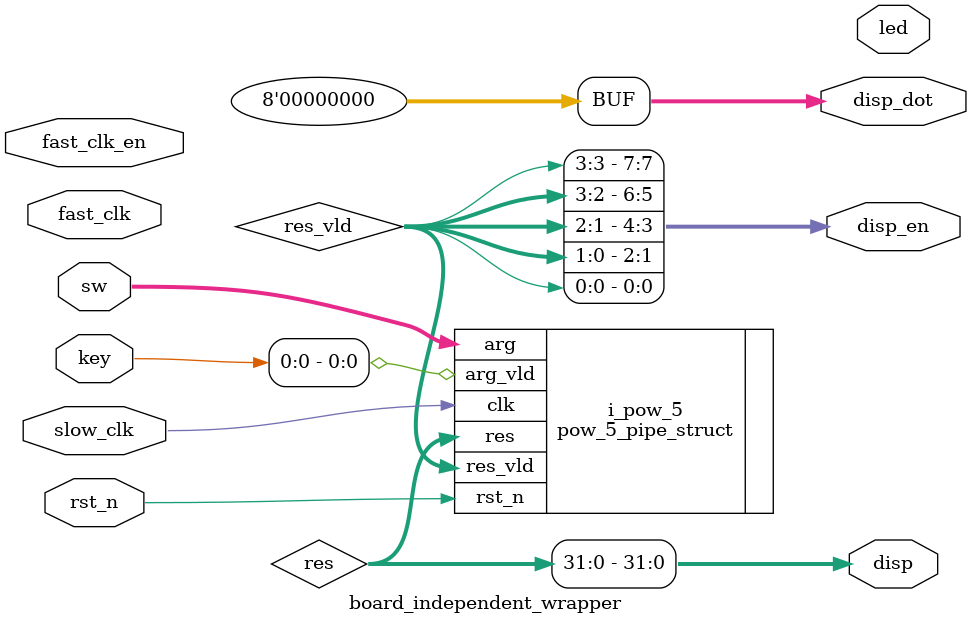
<source format=v>
`include "pow_5_pipe_struct.v"

module board_independent_wrapper
(
    input         fast_clk,
    input         slow_clk,
    input         rst_n,
    input         fast_clk_en,
    input  [ 3:0] key,
    input  [ 7:0] sw,
    output [ 7:0] led,
    output [ 7:0] disp_en,
    output [31:0] disp,
    output [ 7:0] disp_dot
);

    wire [ 4:0] res_vld;
    wire [39:0] res;

    pow_5_pipe_struct
    # (.w (8))
    i_pow_5
    (
        .clk     ( slow_clk ),
        .rst_n   ( rst_n    ),
        .arg_vld ( key [0]  ),
        .arg     ( sw       ),
        .res_vld ( res_vld  ),
        .res     ( res      )
    );

    assign disp_en  =
    {
        res_vld [3], res_vld [3],
        res_vld [2], res_vld [2],
        res_vld [1], res_vld [1],
        res_vld [0], res_vld [0]
    };

    assign disp = res [31:0];

    assign disp_dot = 8'b0;

endmodule

</source>
